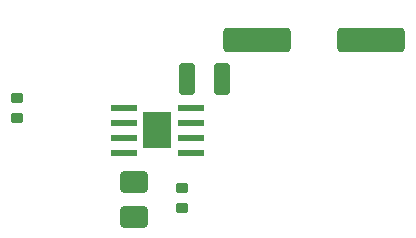
<source format=gtp>
%FSLAX25Y25*%
%MOIN*%
G70*
G01*
G75*
G04 Layer_Color=8421504*
%ADD10R,0.09449X0.12205*%
%ADD11R,0.08661X0.01969*%
G04:AMPARAMS|DCode=12|XSize=39.37mil|YSize=35.43mil|CornerRadius=4.43mil|HoleSize=0mil|Usage=FLASHONLY|Rotation=0.000|XOffset=0mil|YOffset=0mil|HoleType=Round|Shape=RoundedRectangle|*
%AMROUNDEDRECTD12*
21,1,0.03937,0.02658,0,0,0.0*
21,1,0.03051,0.03543,0,0,0.0*
1,1,0.00886,0.01526,-0.01329*
1,1,0.00886,-0.01526,-0.01329*
1,1,0.00886,-0.01526,0.01329*
1,1,0.00886,0.01526,0.01329*
%
%ADD12ROUNDEDRECTD12*%
G04:AMPARAMS|DCode=13|XSize=106.3mil|YSize=51.18mil|CornerRadius=6.4mil|HoleSize=0mil|Usage=FLASHONLY|Rotation=90.000|XOffset=0mil|YOffset=0mil|HoleType=Round|Shape=RoundedRectangle|*
%AMROUNDEDRECTD13*
21,1,0.10630,0.03839,0,0,90.0*
21,1,0.09350,0.05118,0,0,90.0*
1,1,0.01280,0.01919,0.04675*
1,1,0.01280,0.01919,-0.04675*
1,1,0.01280,-0.01919,-0.04675*
1,1,0.01280,-0.01919,0.04675*
%
%ADD13ROUNDEDRECTD13*%
G04:AMPARAMS|DCode=14|XSize=90.55mil|YSize=70.87mil|CornerRadius=8.86mil|HoleSize=0mil|Usage=FLASHONLY|Rotation=0.000|XOffset=0mil|YOffset=0mil|HoleType=Round|Shape=RoundedRectangle|*
%AMROUNDEDRECTD14*
21,1,0.09055,0.05315,0,0,0.0*
21,1,0.07284,0.07087,0,0,0.0*
1,1,0.01772,0.03642,-0.02658*
1,1,0.01772,-0.03642,-0.02658*
1,1,0.01772,-0.03642,0.02658*
1,1,0.01772,0.03642,0.02658*
%
%ADD14ROUNDEDRECTD14*%
G04:AMPARAMS|DCode=15|XSize=224.41mil|YSize=78.74mil|CornerRadius=9.84mil|HoleSize=0mil|Usage=FLASHONLY|Rotation=0.000|XOffset=0mil|YOffset=0mil|HoleType=Round|Shape=RoundedRectangle|*
%AMROUNDEDRECTD15*
21,1,0.22441,0.05906,0,0,0.0*
21,1,0.20472,0.07874,0,0,0.0*
1,1,0.01969,0.10236,-0.02953*
1,1,0.01969,-0.10236,-0.02953*
1,1,0.01969,-0.10236,0.02953*
1,1,0.01969,0.10236,0.02953*
%
%ADD15ROUNDEDRECTD15*%
%ADD16C,0.02000*%
%ADD17C,0.03543*%
%ADD18C,0.02756*%
%ADD19C,0.01500*%
%ADD20C,0.01800*%
%ADD21C,0.04000*%
G04:AMPARAMS|DCode=22|XSize=100mil|YSize=100mil|CornerRadius=12.5mil|HoleSize=0mil|Usage=FLASHONLY|Rotation=270.000|XOffset=0mil|YOffset=0mil|HoleType=Round|Shape=RoundedRectangle|*
%AMROUNDEDRECTD22*
21,1,0.10000,0.07500,0,0,270.0*
21,1,0.07500,0.10000,0,0,270.0*
1,1,0.02500,-0.03750,-0.03750*
1,1,0.02500,-0.03750,0.03750*
1,1,0.02500,0.03750,0.03750*
1,1,0.02500,0.03750,-0.03750*
%
%ADD22ROUNDEDRECTD22*%
%ADD23C,0.10000*%
%ADD24C,0.03150*%
%ADD25C,0.02362*%
%ADD26R,0.11811X0.03937*%
%ADD27R,0.07874X0.02756*%
%ADD28C,0.00787*%
%ADD29C,0.00050*%
%ADD30C,0.01969*%
%ADD31C,0.00500*%
%ADD32C,0.01000*%
%ADD33C,0.00600*%
%ADD34C,0.00300*%
%ADD35R,0.26000X0.07000*%
D10*
X560319Y139000D02*
D03*
D11*
X571638Y146500D02*
D03*
Y141500D02*
D03*
Y136500D02*
D03*
Y131500D02*
D03*
X549000D02*
D03*
Y136500D02*
D03*
Y141500D02*
D03*
Y146500D02*
D03*
D12*
X568500Y113154D02*
D03*
Y119846D02*
D03*
X513500Y143154D02*
D03*
Y149846D02*
D03*
D13*
X581709Y156000D02*
D03*
X570291D02*
D03*
D14*
X552500Y121709D02*
D03*
Y110291D02*
D03*
D15*
X593405Y169000D02*
D03*
X631595D02*
D03*
M02*

</source>
